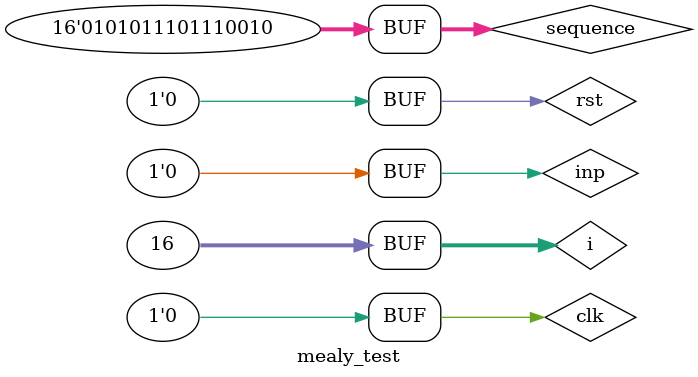
<source format=v>
`include "mealy.v"
module mealy_test;
	reg clk,rst,inp;
	wire outp;
	reg[15:0] sequence;
	integer i;
	
	mealy duty(inp,rst,clk,outp);
	
	initial
	begin
		clk = 0;
		rst = 1;
		sequence = 16'b0101_0111_0111_0010;
		#5 rst <= 0;
		
		for( i=0; i<=15; i = i+1)
		begin
			inp = sequence[i];
			#2 clk <= 1;
			#2 clk <= 0;
			$display(" State = ",duty.state," Input = ", inp, " Output = " , outp, " Clock = ", clk, " rst = ",rst );
		end
		
		// testing;
	end
		
		// task testing;
		// 	for( i = 0; i <= 15; i = i + 1)
		// 	begin
		// 		inp = $random % 2;
		// 		#2 clk = 1;
		// 		#2 clk = 0;
		// 		$display(" State = ", duty.state, " Input = ", inp, ", Output = ", outp);
		// 	end	
		// endtask
endmodule
	
	
	
</source>
